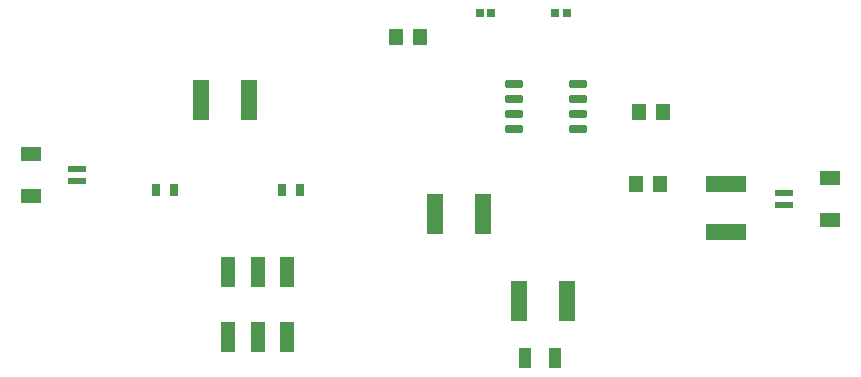
<source format=gtp>
G04*
G04 #@! TF.GenerationSoftware,Altium Limited,Altium Designer,24.9.1 (31)*
G04*
G04 Layer_Color=8421504*
%FSLAX44Y44*%
%MOMM*%
G71*
G04*
G04 #@! TF.SameCoordinates,7E7E1321-1AF4-471A-A2C5-3CFE501CF5BA*
G04*
G04*
G04 #@! TF.FilePolarity,Positive*
G04*
G01*
G75*
%ADD14R,1.2000X2.5000*%
%ADD15R,0.8000X1.0000*%
%ADD16R,1.4000X3.4000*%
%ADD17R,1.2000X1.4500*%
%ADD18R,3.4000X1.4000*%
%ADD19R,1.1057X1.6582*%
%ADD20R,0.7154X0.6725*%
%ADD21R,1.5500X0.6000*%
%ADD22R,1.8000X1.2000*%
G04:AMPARAMS|DCode=23|XSize=0.6mm|YSize=1.45mm|CornerRadius=0.051mm|HoleSize=0mm|Usage=FLASHONLY|Rotation=90.000|XOffset=0mm|YOffset=0mm|HoleType=Round|Shape=RoundedRectangle|*
%AMROUNDEDRECTD23*
21,1,0.6000,1.3480,0,0,90.0*
21,1,0.4980,1.4500,0,0,90.0*
1,1,0.1020,0.6740,0.2490*
1,1,0.1020,0.6740,-0.2490*
1,1,0.1020,-0.6740,-0.2490*
1,1,0.1020,-0.6740,0.2490*
%
%ADD23ROUNDEDRECTD23*%
D14*
X548640Y686240D02*
D03*
Y741240D02*
D03*
X573640D02*
D03*
Y686240D02*
D03*
X523640D02*
D03*
Y741240D02*
D03*
D15*
X569200Y810260D02*
D03*
X584200D02*
D03*
X462400D02*
D03*
X477400D02*
D03*
D16*
X739320Y789940D02*
D03*
X698320D02*
D03*
X810440Y716280D02*
D03*
X769440D02*
D03*
X500200Y886460D02*
D03*
X541200D02*
D03*
D17*
X888840Y815340D02*
D03*
X868840D02*
D03*
X685480Y939800D02*
D03*
X665480D02*
D03*
X871380Y876300D02*
D03*
X891380D02*
D03*
D18*
X944880Y774520D02*
D03*
Y815520D02*
D03*
D19*
X800162Y668020D02*
D03*
X774638D02*
D03*
D20*
X809966Y960120D02*
D03*
X800394D02*
D03*
X746171D02*
D03*
X736600D02*
D03*
D21*
X395340Y817960D02*
D03*
Y827960D02*
D03*
X994040Y807640D02*
D03*
Y797640D02*
D03*
D22*
X356590Y804960D02*
D03*
Y840960D02*
D03*
X1032790Y820640D02*
D03*
Y784640D02*
D03*
D23*
X819730Y862330D02*
D03*
Y875030D02*
D03*
Y887730D02*
D03*
Y900430D02*
D03*
X765230Y862330D02*
D03*
Y875030D02*
D03*
Y887730D02*
D03*
Y900430D02*
D03*
M02*

</source>
